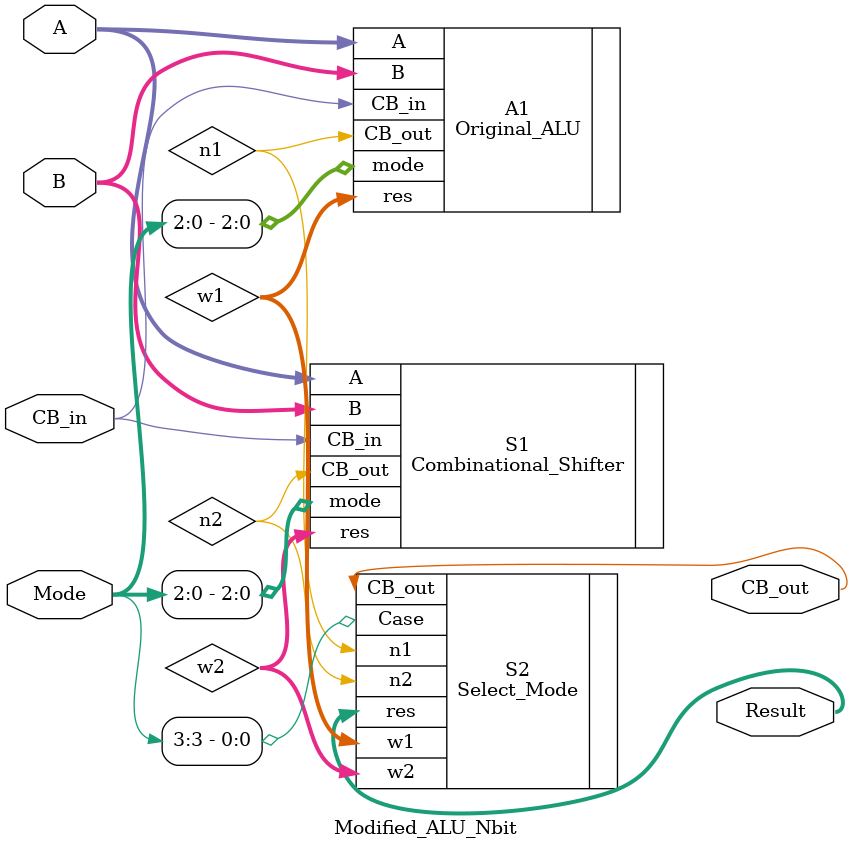
<source format=v>

module Modified_ALU_Nbit
	#(parameter N = 4)
(
	input  [N-1:0] 	A,B,
	input 				CB_in,
	input  [N-1:0] 	Mode,
	output [N-1:0]		Result,
	output 				CB_out
);
	wire 				n1, n2;
	wire [N-1:0]	w1, w2;
	
	
	Original_ALU				#(N)	A1 (.A(A), .B(B), .CB_in(CB_in), .mode(Mode[2:0]), .res(w1), .CB_out(n1));
	Combinational_Shifter	#(N) 	S1 (.A(A), .B(B), .CB_in(CB_in), .mode(Mode[2:0]), .res(w2), .CB_out(n2));
	Select_Mode							S2 (.w1(w1), .w2(w2), .n1(n1), .n2(n2), .Case(Mode[3]), .res(Result), .CB_out(CB_out));

endmodule
</source>
